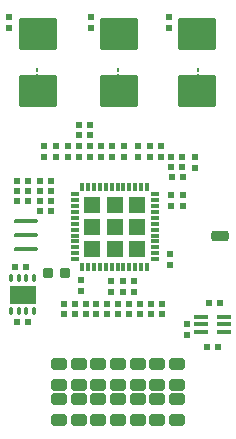
<source format=gbp>
G04*
G04 #@! TF.GenerationSoftware,Altium Limited,Altium Designer,22.8.2 (66)*
G04*
G04 Layer_Color=128*
%FSLAX44Y44*%
%MOMM*%
G71*
G04*
G04 #@! TF.SameCoordinates,6741D891-8A7F-4893-A487-0B18702EF547*
G04*
G04*
G04 #@! TF.FilePolarity,Positive*
G04*
G01*
G75*
G04:AMPARAMS|DCode=19|XSize=0.58mm|YSize=0.58mm|CornerRadius=0.1508mm|HoleSize=0mm|Usage=FLASHONLY|Rotation=180.000|XOffset=0mm|YOffset=0mm|HoleType=Round|Shape=RoundedRectangle|*
%AMROUNDEDRECTD19*
21,1,0.5800,0.2784,0,0,180.0*
21,1,0.2784,0.5800,0,0,180.0*
1,1,0.3016,-0.1392,0.1392*
1,1,0.3016,0.1392,0.1392*
1,1,0.3016,0.1392,-0.1392*
1,1,0.3016,-0.1392,-0.1392*
%
%ADD19ROUNDEDRECTD19*%
G04:AMPARAMS|DCode=20|XSize=0.58mm|YSize=0.58mm|CornerRadius=0.1508mm|HoleSize=0mm|Usage=FLASHONLY|Rotation=90.000|XOffset=0mm|YOffset=0mm|HoleType=Round|Shape=RoundedRectangle|*
%AMROUNDEDRECTD20*
21,1,0.5800,0.2784,0,0,90.0*
21,1,0.2784,0.5800,0,0,90.0*
1,1,0.3016,0.1392,0.1392*
1,1,0.3016,0.1392,-0.1392*
1,1,0.3016,-0.1392,-0.1392*
1,1,0.3016,-0.1392,0.1392*
%
%ADD20ROUNDEDRECTD20*%
G04:AMPARAMS|DCode=30|XSize=2.78mm|YSize=3.22mm|CornerRadius=0.2502mm|HoleSize=0mm|Usage=FLASHONLY|Rotation=270.000|XOffset=0mm|YOffset=0mm|HoleType=Round|Shape=RoundedRectangle|*
%AMROUNDEDRECTD30*
21,1,2.7800,2.7196,0,0,270.0*
21,1,2.2796,3.2200,0,0,270.0*
1,1,0.5004,-1.3598,-1.1398*
1,1,0.5004,-1.3598,1.1398*
1,1,0.5004,1.3598,1.1398*
1,1,0.5004,1.3598,-1.1398*
%
%ADD30ROUNDEDRECTD30*%
G04:AMPARAMS|DCode=31|XSize=2.78mm|YSize=3.22mm|CornerRadius=0.2502mm|HoleSize=0mm|Usage=FLASHONLY|Rotation=270.000|XOffset=0mm|YOffset=0mm|HoleType=Round|Shape=RoundedRectangle|*
%AMROUNDEDRECTD31*
21,1,2.7800,2.7196,0,0,270.0*
21,1,2.2796,3.2200,0,0,270.0*
1,1,0.5004,-1.3598,-1.1398*
1,1,0.5004,-1.3598,1.1398*
1,1,0.5004,1.3598,1.1398*
1,1,0.5004,1.3598,-1.1398*
%
%ADD31ROUNDEDRECTD31*%
G04:AMPARAMS|DCode=79|XSize=1.5mm|YSize=0.85mm|CornerRadius=0.2125mm|HoleSize=0mm|Usage=FLASHONLY|Rotation=180.000|XOffset=0mm|YOffset=0mm|HoleType=Round|Shape=RoundedRectangle|*
%AMROUNDEDRECTD79*
21,1,1.5000,0.4250,0,0,180.0*
21,1,1.0750,0.8500,0,0,180.0*
1,1,0.4250,-0.5375,0.2125*
1,1,0.4250,0.5375,0.2125*
1,1,0.4250,0.5375,-0.2125*
1,1,0.4250,-0.5375,-0.2125*
%
%ADD79ROUNDEDRECTD79*%
%ADD80R,2.2500X1.5000*%
G04:AMPARAMS|DCode=81|XSize=0.28mm|YSize=0.625mm|CornerRadius=0.07mm|HoleSize=0mm|Usage=FLASHONLY|Rotation=0.000|XOffset=0mm|YOffset=0mm|HoleType=Round|Shape=RoundedRectangle|*
%AMROUNDEDRECTD81*
21,1,0.2800,0.4850,0,0,0.0*
21,1,0.1400,0.6250,0,0,0.0*
1,1,0.1400,0.0700,-0.2425*
1,1,0.1400,-0.0700,-0.2425*
1,1,0.1400,-0.0700,0.2425*
1,1,0.1400,0.0700,0.2425*
%
%ADD81ROUNDEDRECTD81*%
G04:AMPARAMS|DCode=83|XSize=0.27mm|YSize=0.76mm|CornerRadius=0.0702mm|HoleSize=0mm|Usage=FLASHONLY|Rotation=90.000|XOffset=0mm|YOffset=0mm|HoleType=Round|Shape=RoundedRectangle|*
%AMROUNDEDRECTD83*
21,1,0.2700,0.6196,0,0,90.0*
21,1,0.1296,0.7600,0,0,90.0*
1,1,0.1404,0.3098,0.0648*
1,1,0.1404,0.3098,-0.0648*
1,1,0.1404,-0.3098,-0.0648*
1,1,0.1404,-0.3098,0.0648*
%
%ADD83ROUNDEDRECTD83*%
G04:AMPARAMS|DCode=84|XSize=0.27mm|YSize=0.76mm|CornerRadius=0.0702mm|HoleSize=0mm|Usage=FLASHONLY|Rotation=0.000|XOffset=0mm|YOffset=0mm|HoleType=Round|Shape=RoundedRectangle|*
%AMROUNDEDRECTD84*
21,1,0.2700,0.6196,0,0,0.0*
21,1,0.1296,0.7600,0,0,0.0*
1,1,0.1404,0.0648,-0.3098*
1,1,0.1404,-0.0648,-0.3098*
1,1,0.1404,-0.0648,0.3098*
1,1,0.1404,0.0648,0.3098*
%
%ADD84ROUNDEDRECTD84*%
G04:AMPARAMS|DCode=85|XSize=0.27mm|YSize=0.76mm|CornerRadius=0.0702mm|HoleSize=0mm|Usage=FLASHONLY|Rotation=0.000|XOffset=0mm|YOffset=0mm|HoleType=Round|Shape=RoundedRectangle|*
%AMROUNDEDRECTD85*
21,1,0.2700,0.6196,0,0,0.0*
21,1,0.1296,0.7600,0,0,0.0*
1,1,0.1404,0.0648,-0.3098*
1,1,0.1404,-0.0648,-0.3098*
1,1,0.1404,-0.0648,0.3098*
1,1,0.1404,0.0648,0.3098*
%
%ADD85ROUNDEDRECTD85*%
G04:AMPARAMS|DCode=86|XSize=0.27mm|YSize=0.76mm|CornerRadius=0.0702mm|HoleSize=0mm|Usage=FLASHONLY|Rotation=90.000|XOffset=0mm|YOffset=0mm|HoleType=Round|Shape=RoundedRectangle|*
%AMROUNDEDRECTD86*
21,1,0.2700,0.6196,0,0,90.0*
21,1,0.1296,0.7600,0,0,90.0*
1,1,0.1404,0.3098,0.0648*
1,1,0.1404,0.3098,-0.0648*
1,1,0.1404,-0.3098,-0.0648*
1,1,0.1404,-0.3098,0.0648*
%
%ADD86ROUNDEDRECTD86*%
G04:AMPARAMS|DCode=87|XSize=0.27mm|YSize=0.76mm|CornerRadius=0.0702mm|HoleSize=0mm|Usage=FLASHONLY|Rotation=90.000|XOffset=0mm|YOffset=0mm|HoleType=Round|Shape=RoundedRectangle|*
%AMROUNDEDRECTD87*
21,1,0.2700,0.6196,0,0,90.0*
21,1,0.1296,0.7600,0,0,90.0*
1,1,0.1404,0.3098,0.0648*
1,1,0.1404,0.3098,-0.0648*
1,1,0.1404,-0.3098,-0.0648*
1,1,0.1404,-0.3098,0.0648*
%
%ADD87ROUNDEDRECTD87*%
G04:AMPARAMS|DCode=88|XSize=0.27mm|YSize=0.76mm|CornerRadius=0.0702mm|HoleSize=0mm|Usage=FLASHONLY|Rotation=90.000|XOffset=0mm|YOffset=0mm|HoleType=Round|Shape=RoundedRectangle|*
%AMROUNDEDRECTD88*
21,1,0.2700,0.6196,0,0,90.0*
21,1,0.1296,0.7600,0,0,90.0*
1,1,0.1404,0.3098,0.0648*
1,1,0.1404,0.3098,-0.0648*
1,1,0.1404,-0.3098,-0.0648*
1,1,0.1404,-0.3098,0.0648*
%
%ADD88ROUNDEDRECTD88*%
G04:AMPARAMS|DCode=89|XSize=0.95mm|YSize=1.38mm|CornerRadius=0.2423mm|HoleSize=0mm|Usage=FLASHONLY|Rotation=270.000|XOffset=0mm|YOffset=0mm|HoleType=Round|Shape=RoundedRectangle|*
%AMROUNDEDRECTD89*
21,1,0.9500,0.8955,0,0,270.0*
21,1,0.4655,1.3800,0,0,270.0*
1,1,0.4845,-0.4478,-0.2328*
1,1,0.4845,-0.4478,0.2328*
1,1,0.4845,0.4478,0.2328*
1,1,0.4845,0.4478,-0.2328*
%
%ADD89ROUNDEDRECTD89*%
G04:AMPARAMS|DCode=90|XSize=0.95mm|YSize=1.38mm|CornerRadius=0.2423mm|HoleSize=0mm|Usage=FLASHONLY|Rotation=270.000|XOffset=0mm|YOffset=0mm|HoleType=Round|Shape=RoundedRectangle|*
%AMROUNDEDRECTD90*
21,1,0.9500,0.8955,0,0,270.0*
21,1,0.4655,1.3800,0,0,270.0*
1,1,0.4845,-0.4478,-0.2328*
1,1,0.4845,-0.4478,0.2328*
1,1,0.4845,0.4478,0.2328*
1,1,0.4845,0.4478,-0.2328*
%
%ADD90ROUNDEDRECTD90*%
G04:AMPARAMS|DCode=92|XSize=1.2mm|YSize=0.4mm|CornerRadius=0.1mm|HoleSize=0mm|Usage=FLASHONLY|Rotation=180.000|XOffset=0mm|YOffset=0mm|HoleType=Round|Shape=RoundedRectangle|*
%AMROUNDEDRECTD92*
21,1,1.2000,0.2000,0,0,180.0*
21,1,1.0000,0.4000,0,0,180.0*
1,1,0.2000,-0.5000,0.1000*
1,1,0.2000,0.5000,0.1000*
1,1,0.2000,0.5000,-0.1000*
1,1,0.2000,-0.5000,-0.1000*
%
%ADD92ROUNDEDRECTD92*%
G04:AMPARAMS|DCode=93|XSize=0.84mm|YSize=0.93mm|CornerRadius=0.21mm|HoleSize=0mm|Usage=FLASHONLY|Rotation=180.000|XOffset=0mm|YOffset=0mm|HoleType=Round|Shape=RoundedRectangle|*
%AMROUNDEDRECTD93*
21,1,0.8400,0.5100,0,0,180.0*
21,1,0.4200,0.9300,0,0,180.0*
1,1,0.4200,-0.2100,0.2550*
1,1,0.4200,0.2100,0.2550*
1,1,0.4200,0.2100,-0.2550*
1,1,0.4200,-0.2100,-0.2550*
%
%ADD93ROUNDEDRECTD93*%
G04:AMPARAMS|DCode=94|XSize=2mm|YSize=0.4mm|CornerRadius=0.1mm|HoleSize=0mm|Usage=FLASHONLY|Rotation=0.000|XOffset=0mm|YOffset=0mm|HoleType=Round|Shape=RoundedRectangle|*
%AMROUNDEDRECTD94*
21,1,2.0000,0.2000,0,0,0.0*
21,1,1.8000,0.4000,0,0,0.0*
1,1,0.2000,0.9000,-0.1000*
1,1,0.2000,-0.9000,-0.1000*
1,1,0.2000,-0.9000,0.1000*
1,1,0.2000,0.9000,0.1000*
%
%ADD94ROUNDEDRECTD94*%
%ADD95R,0.1270X0.4620*%
%ADD115R,1.3200X1.3200*%
%ADD116R,1.3200X1.3200*%
%ADD117R,1.3200X1.3200*%
%ADD118R,1.3200X1.3200*%
D19*
X13087Y136890D02*
D03*
X22287D02*
D03*
X14766Y90662D02*
D03*
X23966D02*
D03*
X85806Y239078D02*
D03*
X76606D02*
D03*
X85806Y229855D02*
D03*
X76606D02*
D03*
X57606Y239078D02*
D03*
X66806D02*
D03*
X154092Y229897D02*
D03*
X144892D02*
D03*
X184796Y69066D02*
D03*
X175596D02*
D03*
X177172Y106224D02*
D03*
X186372D02*
D03*
X145400Y213000D02*
D03*
X154600D02*
D03*
X66806Y229855D02*
D03*
X57606D02*
D03*
X23896Y210000D02*
D03*
X14696D02*
D03*
X154092Y221418D02*
D03*
X144892D02*
D03*
X23896Y201333D02*
D03*
X14696D02*
D03*
X42838D02*
D03*
X33638D02*
D03*
X42838Y192667D02*
D03*
X33638D02*
D03*
X42838Y210000D02*
D03*
X33638D02*
D03*
X14696Y192667D02*
D03*
X23896D02*
D03*
X42838Y184000D02*
D03*
X33638D02*
D03*
D20*
X143318Y348600D02*
D03*
Y339400D02*
D03*
X95230Y239200D02*
D03*
Y230000D02*
D03*
X37495Y230401D02*
D03*
Y239601D02*
D03*
X104858Y230000D02*
D03*
Y239200D02*
D03*
X117162D02*
D03*
Y230000D02*
D03*
X66806Y257517D02*
D03*
Y248317D02*
D03*
X76606D02*
D03*
Y257517D02*
D03*
X47206Y239584D02*
D03*
Y230384D02*
D03*
X144000Y148084D02*
D03*
Y138884D02*
D03*
X155000Y188400D02*
D03*
Y197600D02*
D03*
X145000Y188400D02*
D03*
Y197600D02*
D03*
X104318Y115622D02*
D03*
Y124822D02*
D03*
X8000Y348600D02*
D03*
Y339400D02*
D03*
X90889Y105984D02*
D03*
Y96784D02*
D03*
X118555Y105984D02*
D03*
Y96784D02*
D03*
X158046Y88884D02*
D03*
Y79684D02*
D03*
X127778Y96784D02*
D03*
Y105984D02*
D03*
X137000D02*
D03*
Y96784D02*
D03*
X54000D02*
D03*
Y105984D02*
D03*
X63222D02*
D03*
Y96784D02*
D03*
X72444Y105984D02*
D03*
Y96784D02*
D03*
X81667Y105984D02*
D03*
Y96784D02*
D03*
X69000Y126000D02*
D03*
Y116800D02*
D03*
X94318Y115622D02*
D03*
Y124822D02*
D03*
X100111Y96784D02*
D03*
Y105984D02*
D03*
X109333Y96784D02*
D03*
Y105984D02*
D03*
X113318Y115622D02*
D03*
Y124822D02*
D03*
X136122Y230000D02*
D03*
Y239200D02*
D03*
X126642D02*
D03*
Y230000D02*
D03*
X165124Y220872D02*
D03*
Y230072D02*
D03*
X77304Y348600D02*
D03*
Y339400D02*
D03*
D30*
X32000Y334150D02*
D03*
X100500D02*
D03*
X167000D02*
D03*
D31*
X32000Y285850D02*
D03*
X100500D02*
D03*
X167000D02*
D03*
D79*
X185968Y163000D02*
D03*
D80*
X19081Y113476D02*
D03*
D81*
X9332Y99351D02*
D03*
X15829D02*
D03*
X22332D02*
D03*
X28829D02*
D03*
Y127601D02*
D03*
X22332D02*
D03*
X15829D02*
D03*
X9332D02*
D03*
D83*
X130850Y158500D02*
D03*
Y178500D02*
D03*
Y143500D02*
D03*
Y188500D02*
D03*
Y173500D02*
D03*
Y168500D02*
D03*
Y153500D02*
D03*
Y183500D02*
D03*
Y198500D02*
D03*
Y148500D02*
D03*
Y193500D02*
D03*
D84*
X74500Y137150D02*
D03*
X89500D02*
D03*
X124500D02*
D03*
X84500D02*
D03*
X79500D02*
D03*
X89500Y204850D02*
D03*
X124500D02*
D03*
X84500D02*
D03*
X109500Y137150D02*
D03*
X79500Y204850D02*
D03*
X114500Y137150D02*
D03*
X99500Y204850D02*
D03*
X104500D02*
D03*
X109500D02*
D03*
X114500D02*
D03*
X104500Y137150D02*
D03*
X99500D02*
D03*
X74500Y204850D02*
D03*
D85*
X119500Y137150D02*
D03*
X94500D02*
D03*
X69500Y204850D02*
D03*
X94500D02*
D03*
X69500Y137150D02*
D03*
X119500Y204850D02*
D03*
D86*
X63150Y178500D02*
D03*
Y148500D02*
D03*
Y173500D02*
D03*
Y183500D02*
D03*
Y193500D02*
D03*
Y198500D02*
D03*
Y168500D02*
D03*
Y153500D02*
D03*
Y143500D02*
D03*
Y158500D02*
D03*
Y188500D02*
D03*
D87*
X130850Y163500D02*
D03*
D88*
X63150D02*
D03*
D89*
X100000Y54700D02*
D03*
X116667D02*
D03*
X83333D02*
D03*
X133333D02*
D03*
X116667Y7400D02*
D03*
X100000D02*
D03*
X83333D02*
D03*
X133333D02*
D03*
X66667D02*
D03*
X150000Y54700D02*
D03*
X66667D02*
D03*
X50000D02*
D03*
X150000Y7400D02*
D03*
X50000D02*
D03*
D90*
X100000Y36900D02*
D03*
X116667D02*
D03*
X83333D02*
D03*
X133333D02*
D03*
X116667Y25200D02*
D03*
X100000D02*
D03*
X83333D02*
D03*
X133333D02*
D03*
X66667D02*
D03*
X150000Y36900D02*
D03*
X66667D02*
D03*
X50000D02*
D03*
X150000Y25200D02*
D03*
X50000D02*
D03*
D92*
X170546Y94784D02*
D03*
Y88284D02*
D03*
Y81784D02*
D03*
X189546D02*
D03*
Y88284D02*
D03*
Y94784D02*
D03*
D93*
X40550Y132000D02*
D03*
X55450D02*
D03*
D94*
X22000Y152000D02*
D03*
Y176000D02*
D03*
Y164000D02*
D03*
D95*
X100000Y303292D02*
D03*
Y299022D02*
D03*
X167254D02*
D03*
Y303292D02*
D03*
X31000D02*
D03*
Y299022D02*
D03*
D115*
X78301Y189699D02*
D03*
X97000Y152301D02*
D03*
D116*
X78301Y171000D02*
D03*
X97000Y189699D02*
D03*
X115699Y189699D02*
D03*
D117*
X78301Y152301D02*
D03*
D118*
X97000Y171000D02*
D03*
X115699Y152301D02*
D03*
X115699Y171000D02*
D03*
M02*

</source>
